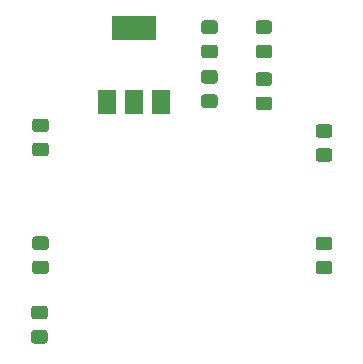
<source format=gbr>
%TF.GenerationSoftware,KiCad,Pcbnew,(5.1.6)-1*%
%TF.CreationDate,2020-09-30T20:40:37+02:00*%
%TF.ProjectId,ESP_test,4553505f-7465-4737-942e-6b696361645f,rev?*%
%TF.SameCoordinates,Original*%
%TF.FileFunction,Paste,Top*%
%TF.FilePolarity,Positive*%
%FSLAX46Y46*%
G04 Gerber Fmt 4.6, Leading zero omitted, Abs format (unit mm)*
G04 Created by KiCad (PCBNEW (5.1.6)-1) date 2020-09-30 20:40:37*
%MOMM*%
%LPD*%
G01*
G04 APERTURE LIST*
%ADD10R,1.500000X2.000000*%
%ADD11R,3.800000X2.000000*%
G04 APERTURE END LIST*
%TO.C,R5*%
G36*
G01*
X140949999Y-62675000D02*
X141850001Y-62675000D01*
G75*
G02*
X142100000Y-62924999I0J-249999D01*
G01*
X142100000Y-63575001D01*
G75*
G02*
X141850001Y-63825000I-249999J0D01*
G01*
X140949999Y-63825000D01*
G75*
G02*
X140700000Y-63575001I0J249999D01*
G01*
X140700000Y-62924999D01*
G75*
G02*
X140949999Y-62675000I249999J0D01*
G01*
G37*
G36*
G01*
X140949999Y-60625000D02*
X141850001Y-60625000D01*
G75*
G02*
X142100000Y-60874999I0J-249999D01*
G01*
X142100000Y-61525001D01*
G75*
G02*
X141850001Y-61775000I-249999J0D01*
G01*
X140949999Y-61775000D01*
G75*
G02*
X140700000Y-61525001I0J249999D01*
G01*
X140700000Y-60874999D01*
G75*
G02*
X140949999Y-60625000I249999J0D01*
G01*
G37*
%TD*%
D10*
%TO.C,U2*%
X128100000Y-67550000D03*
X132700000Y-67550000D03*
X130400000Y-67550000D03*
D11*
X130400000Y-61250000D03*
%TD*%
%TO.C,C4*%
G36*
G01*
X136349999Y-62675000D02*
X137250001Y-62675000D01*
G75*
G02*
X137500000Y-62924999I0J-249999D01*
G01*
X137500000Y-63575001D01*
G75*
G02*
X137250001Y-63825000I-249999J0D01*
G01*
X136349999Y-63825000D01*
G75*
G02*
X136100000Y-63575001I0J249999D01*
G01*
X136100000Y-62924999D01*
G75*
G02*
X136349999Y-62675000I249999J0D01*
G01*
G37*
G36*
G01*
X136349999Y-60625000D02*
X137250001Y-60625000D01*
G75*
G02*
X137500000Y-60874999I0J-249999D01*
G01*
X137500000Y-61525001D01*
G75*
G02*
X137250001Y-61775000I-249999J0D01*
G01*
X136349999Y-61775000D01*
G75*
G02*
X136100000Y-61525001I0J249999D01*
G01*
X136100000Y-60874999D01*
G75*
G02*
X136349999Y-60625000I249999J0D01*
G01*
G37*
%TD*%
%TO.C,C3*%
G36*
G01*
X136349999Y-66875000D02*
X137250001Y-66875000D01*
G75*
G02*
X137500000Y-67124999I0J-249999D01*
G01*
X137500000Y-67775001D01*
G75*
G02*
X137250001Y-68025000I-249999J0D01*
G01*
X136349999Y-68025000D01*
G75*
G02*
X136100000Y-67775001I0J249999D01*
G01*
X136100000Y-67124999D01*
G75*
G02*
X136349999Y-66875000I249999J0D01*
G01*
G37*
G36*
G01*
X136349999Y-64825000D02*
X137250001Y-64825000D01*
G75*
G02*
X137500000Y-65074999I0J-249999D01*
G01*
X137500000Y-65725001D01*
G75*
G02*
X137250001Y-65975000I-249999J0D01*
G01*
X136349999Y-65975000D01*
G75*
G02*
X136100000Y-65725001I0J249999D01*
G01*
X136100000Y-65074999D01*
G75*
G02*
X136349999Y-64825000I249999J0D01*
G01*
G37*
%TD*%
%TO.C,C2*%
G36*
G01*
X140949999Y-67075000D02*
X141850001Y-67075000D01*
G75*
G02*
X142100000Y-67324999I0J-249999D01*
G01*
X142100000Y-67975001D01*
G75*
G02*
X141850001Y-68225000I-249999J0D01*
G01*
X140949999Y-68225000D01*
G75*
G02*
X140700000Y-67975001I0J249999D01*
G01*
X140700000Y-67324999D01*
G75*
G02*
X140949999Y-67075000I249999J0D01*
G01*
G37*
G36*
G01*
X140949999Y-65025000D02*
X141850001Y-65025000D01*
G75*
G02*
X142100000Y-65274999I0J-249999D01*
G01*
X142100000Y-65925001D01*
G75*
G02*
X141850001Y-66175000I-249999J0D01*
G01*
X140949999Y-66175000D01*
G75*
G02*
X140700000Y-65925001I0J249999D01*
G01*
X140700000Y-65274999D01*
G75*
G02*
X140949999Y-65025000I249999J0D01*
G01*
G37*
%TD*%
%TO.C,R4*%
G36*
G01*
X146950001Y-80075000D02*
X146049999Y-80075000D01*
G75*
G02*
X145800000Y-79825001I0J249999D01*
G01*
X145800000Y-79174999D01*
G75*
G02*
X146049999Y-78925000I249999J0D01*
G01*
X146950001Y-78925000D01*
G75*
G02*
X147200000Y-79174999I0J-249999D01*
G01*
X147200000Y-79825001D01*
G75*
G02*
X146950001Y-80075000I-249999J0D01*
G01*
G37*
G36*
G01*
X146950001Y-82125000D02*
X146049999Y-82125000D01*
G75*
G02*
X145800000Y-81875001I0J249999D01*
G01*
X145800000Y-81224999D01*
G75*
G02*
X146049999Y-80975000I249999J0D01*
G01*
X146950001Y-80975000D01*
G75*
G02*
X147200000Y-81224999I0J-249999D01*
G01*
X147200000Y-81875001D01*
G75*
G02*
X146950001Y-82125000I-249999J0D01*
G01*
G37*
%TD*%
%TO.C,R3*%
G36*
G01*
X122950001Y-80050000D02*
X122049999Y-80050000D01*
G75*
G02*
X121800000Y-79800001I0J249999D01*
G01*
X121800000Y-79149999D01*
G75*
G02*
X122049999Y-78900000I249999J0D01*
G01*
X122950001Y-78900000D01*
G75*
G02*
X123200000Y-79149999I0J-249999D01*
G01*
X123200000Y-79800001D01*
G75*
G02*
X122950001Y-80050000I-249999J0D01*
G01*
G37*
G36*
G01*
X122950001Y-82100000D02*
X122049999Y-82100000D01*
G75*
G02*
X121800000Y-81850001I0J249999D01*
G01*
X121800000Y-81199999D01*
G75*
G02*
X122049999Y-80950000I249999J0D01*
G01*
X122950001Y-80950000D01*
G75*
G02*
X123200000Y-81199999I0J-249999D01*
G01*
X123200000Y-81850001D01*
G75*
G02*
X122950001Y-82100000I-249999J0D01*
G01*
G37*
%TD*%
%TO.C,R2*%
G36*
G01*
X146049999Y-71450000D02*
X146950001Y-71450000D01*
G75*
G02*
X147200000Y-71699999I0J-249999D01*
G01*
X147200000Y-72350001D01*
G75*
G02*
X146950001Y-72600000I-249999J0D01*
G01*
X146049999Y-72600000D01*
G75*
G02*
X145800000Y-72350001I0J249999D01*
G01*
X145800000Y-71699999D01*
G75*
G02*
X146049999Y-71450000I249999J0D01*
G01*
G37*
G36*
G01*
X146049999Y-69400000D02*
X146950001Y-69400000D01*
G75*
G02*
X147200000Y-69649999I0J-249999D01*
G01*
X147200000Y-70300001D01*
G75*
G02*
X146950001Y-70550000I-249999J0D01*
G01*
X146049999Y-70550000D01*
G75*
G02*
X145800000Y-70300001I0J249999D01*
G01*
X145800000Y-69649999D01*
G75*
G02*
X146049999Y-69400000I249999J0D01*
G01*
G37*
%TD*%
%TO.C,C1*%
G36*
G01*
X121949999Y-86825000D02*
X122850001Y-86825000D01*
G75*
G02*
X123100000Y-87074999I0J-249999D01*
G01*
X123100000Y-87725001D01*
G75*
G02*
X122850001Y-87975000I-249999J0D01*
G01*
X121949999Y-87975000D01*
G75*
G02*
X121700000Y-87725001I0J249999D01*
G01*
X121700000Y-87074999D01*
G75*
G02*
X121949999Y-86825000I249999J0D01*
G01*
G37*
G36*
G01*
X121949999Y-84775000D02*
X122850001Y-84775000D01*
G75*
G02*
X123100000Y-85024999I0J-249999D01*
G01*
X123100000Y-85675001D01*
G75*
G02*
X122850001Y-85925000I-249999J0D01*
G01*
X121949999Y-85925000D01*
G75*
G02*
X121700000Y-85675001I0J249999D01*
G01*
X121700000Y-85024999D01*
G75*
G02*
X121949999Y-84775000I249999J0D01*
G01*
G37*
%TD*%
%TO.C,R1*%
G36*
G01*
X122049999Y-70975000D02*
X122950001Y-70975000D01*
G75*
G02*
X123200000Y-71224999I0J-249999D01*
G01*
X123200000Y-71875001D01*
G75*
G02*
X122950001Y-72125000I-249999J0D01*
G01*
X122049999Y-72125000D01*
G75*
G02*
X121800000Y-71875001I0J249999D01*
G01*
X121800000Y-71224999D01*
G75*
G02*
X122049999Y-70975000I249999J0D01*
G01*
G37*
G36*
G01*
X122049999Y-68925000D02*
X122950001Y-68925000D01*
G75*
G02*
X123200000Y-69174999I0J-249999D01*
G01*
X123200000Y-69825001D01*
G75*
G02*
X122950001Y-70075000I-249999J0D01*
G01*
X122049999Y-70075000D01*
G75*
G02*
X121800000Y-69825001I0J249999D01*
G01*
X121800000Y-69174999D01*
G75*
G02*
X122049999Y-68925000I249999J0D01*
G01*
G37*
%TD*%
M02*

</source>
